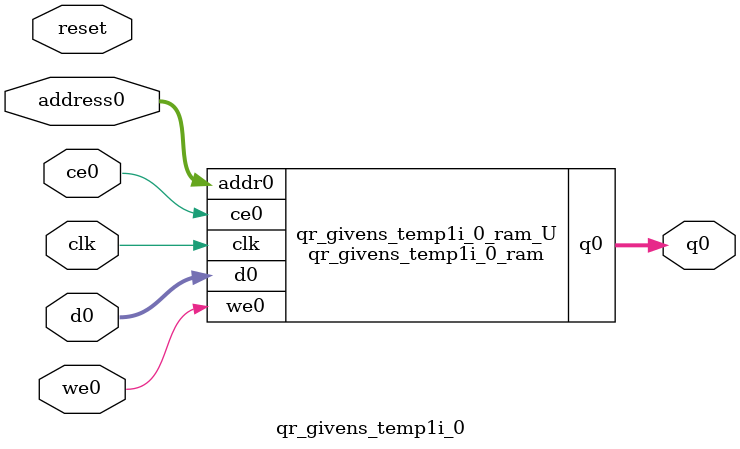
<source format=v>
`timescale 1 ns / 1 ps
module qr_givens_temp1i_0_ram (addr0, ce0, d0, we0, q0,  clk);

parameter DWIDTH = 64;
parameter AWIDTH = 7;
parameter MEM_SIZE = 100;

input[AWIDTH-1:0] addr0;
input ce0;
input[DWIDTH-1:0] d0;
input we0;
output reg[DWIDTH-1:0] q0;
input clk;

(* ram_style = "block" *)reg [DWIDTH-1:0] ram[0:MEM_SIZE-1];




always @(posedge clk)  
begin 
    if (ce0) 
    begin
        if (we0) 
        begin 
            ram[addr0] <= d0; 
        end 
        q0 <= ram[addr0];
    end
end


endmodule

`timescale 1 ns / 1 ps
module qr_givens_temp1i_0(
    reset,
    clk,
    address0,
    ce0,
    we0,
    d0,
    q0);

parameter DataWidth = 32'd64;
parameter AddressRange = 32'd100;
parameter AddressWidth = 32'd7;
input reset;
input clk;
input[AddressWidth - 1:0] address0;
input ce0;
input we0;
input[DataWidth - 1:0] d0;
output[DataWidth - 1:0] q0;



qr_givens_temp1i_0_ram qr_givens_temp1i_0_ram_U(
    .clk( clk ),
    .addr0( address0 ),
    .ce0( ce0 ),
    .we0( we0 ),
    .d0( d0 ),
    .q0( q0 ));

endmodule


</source>
